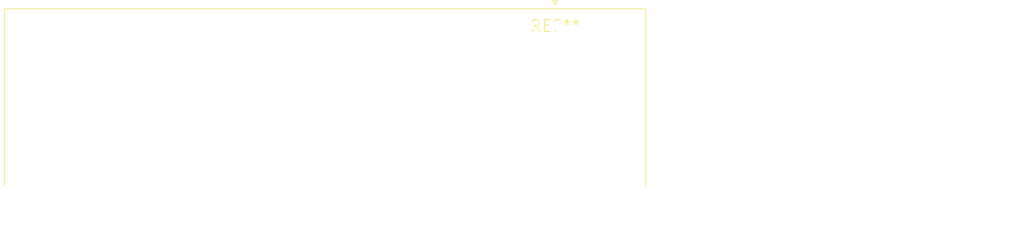
<source format=kicad_pcb>
(kicad_pcb (version 20240108) (generator pcbnew)
  (layers (0 "F.Cu" signal) (31 "B.Cu" signal) (34 "B.Paste" user) (35 "F.Paste" user) (36 "B.SilkS" user "B.Silkscreen") (37 "F.SilkS" user "F.Silkscreen") (38 "B.Mask" user) (39 "F.Mask" user) (44 "Edge.Cuts" user))
  (net 0 "")
  (footprint "DSUB-37_Female_Horizontal_P2.77x2.84mm_EdgePinOffset14.56mm_Housed_MountingHolesOffset8.20mm" (layer "F.Cu") (at 0 0)
    (property "Reference" "REF**")
    (property "Value" "DSUB-37_Female_Horizontal_P2.77x2.84mm_EdgePinOffset14.56mm_Housed_MountingHolesOffset8.20mm")
    (fp_line (start -59.69 -1.86) (end 9.83 -1.86) (layer "F.SilkS") (stroke (width 0.12)))
    (fp_line (start -59.69 17.34) (end -59.69 -1.86) (layer "F.SilkS") (stroke (width 0.12)))
    (fp_line (start -0.25 -2.754338) (end 0.25 -2.754338) (layer "F.SilkS") (stroke (width 0.12)))
    (fp_line (start 0 -2.321325) (end -0.25 -2.754338) (layer "F.SilkS") (stroke (width 0.12)))
    (fp_line (start 0.25 -2.754338) (end 0 -2.321325) (layer "F.SilkS") (stroke (width 0.12)))
    (fp_line (start 9.83 -1.86) (end 9.83 17.34) (layer "F.SilkS") (stroke (width 0.12)))
    (pad "0" thru_hole circle (at -56.68 9.2) (size 4 4) (drill 3.2) (layers *.Cu *.Mask) (remove_unused_layers))
    (pad "0" thru_hole circle (at 6.82 9.2) (size 4 4) (drill 3.2) (layers *.Cu *.Mask) (remove_unused_layers))
    (pad "1" thru_hole rect (at 0 0) (size 1.6 1.6) (drill 1) (layers *.Cu *.Mask) (remove_unused_layers))
    (pad "2" thru_hole circle (at -2.77 0) (size 1.6 1.6) (drill 1) (layers *.Cu *.Mask) (remove_unused_layers))
    (pad "3" thru_hole circle (at -5.54 0) (size 1.6 1.6) (drill 1) (layers *.Cu *.Mask) (remove_unused_layers))
    (pad "4" thru_hole circle (at -8.31 0) (size 1.6 1.6) (drill 1) (layers *.Cu *.Mask) (remove_unused_layers))
    (pad "5" thru_hole circle (at -11.08 0) (size 1.6 1.6) (drill 1) (layers *.Cu *.Mask) (remove_unused_layers))
    (pad "6" thru_hole circle (at -13.85 0) (size 1.6 1.6) (drill 1) (layers *.Cu *.Mask) (remove_unused_layers))
    (pad "7" thru_hole circle (at -16.62 0) (size 1.6 1.6) (drill 1) (layers *.Cu *.Mask) (remove_unused_layers))
    (pad "8" thru_hole circle (at -19.39 0) (size 1.6 1.6) (drill 1) (layers *.Cu *.Mask) (remove_unused_layers))
    (pad "9" thru_hole circle (at -22.16 0) (size 1.6 1.6) (drill 1) (layers *.Cu *.Mask) (remove_unused_layers))
    (pad "10" thru_hole circle (at -24.93 0) (size 1.6 1.6) (drill 1) (layers *.Cu *.Mask) (remove_unused_layers))
    (pad "11" thru_hole circle (at -27.7 0) (size 1.6 1.6) (drill 1) (layers *.Cu *.Mask) (remove_unused_layers))
    (pad "12" thru_hole circle (at -30.47 0) (size 1.6 1.6) (drill 1) (layers *.Cu *.Mask) (remove_unused_layers))
    (pad "13" thru_hole circle (at -33.24 0) (size 1.6 1.6) (drill 1) (layers *.Cu *.Mask) (remove_unused_layers))
    (pad "14" thru_hole circle (at -36.01 0) (size 1.6 1.6) (drill 1) (layers *.Cu *.Mask) (remove_unused_layers))
    (pad "15" thru_hole circle (at -38.78 0) (size 1.6 1.6) (drill 1) (layers *.Cu *.Mask) (remove_unused_layers))
    (pad "16" thru_hole circle (at -41.55 0) (size 1.6 1.6) (drill 1) (layers *.Cu *.Mask) (remove_unused_layers))
    (pad "17" thru_hole circle (at -44.32 0) (size 1.6 1.6) (drill 1) (layers *.Cu *.Mask) (remove_unused_layers))
    (pad "18" thru_hole circle (at -47.09 0) (size 1.6 1.6) (drill 1) (layers *.Cu *.Mask) (remove_unused_layers))
    (pad "19" thru_hole circle (at -49.86 0) (size 1.6 1.6) (drill 1) (layers *.Cu *.Mask) (remove_unused_layers))
    (pad "20" thru_hole circle (at -1.385 2.84) (size 1.6 1.6) (drill 1) (layers *.Cu *.Mask) (remove_unused_layers))
    (pad "21" thru_hole circle (at -4.155 2.84) (size 1.6 1.6) (drill 1) (layers *.Cu *.Mask) (remove_unused_layers))
    (pad "22" thru_hole circle (at -6.925 2.84) (size 1.6 1.6) (drill 1) (layers *.Cu *.Mask) (remove_unused_layers))
    (pad "23" thru_hole circle (at -9.695 2.84) (size 1.6 1.6) (drill 1) (layers *.Cu *.Mask) (remove_unused_layers))
    (pad "24" thru_hole circle (at -12.465 2.84) (size 1.6 1.6) (drill 1) (layers *.Cu *.Mask) (remove_unused_layers))
    (pad "25" thru_hole circle (at -15.235 2.84) (size 1.6 1.6) (drill 1) (layers *.Cu *.Mask) (remove_unused_layers))
    (pad "26" thru_hole circle (at -18.005 2.84) (size 1.6 1.6) (drill 1) (layers *.Cu *.Mask) (remove_unused_layers))
    (pad "27" thru_hole circle (at -20.775 2.84) (size 1.6 1.6) (drill 1) (layers *.Cu *.Mask) (remove_unused_layers))
    (pad "28" thru_hole circle (at -23.545 2.84) (size 1.6 1.6) (drill 1) (layers *.Cu *.Mask) (remove_unused_layers))
    (pad "29" thru_hole circle (at -26.315 2.84) (size 1.6 1.6) (drill 1) (layers *.Cu *.Mask) (remove_unused_layers))
    (pad "30" thru_hole circle (at -29.085 2.84) (size 1.6 1.6) (drill 1) (layers *.Cu *.Mask) (remove_unused_layers))
    (pad "31" thru_hole circle (at -31.855 2.84) (size 1.6 1.6) (drill 1) (layers *.Cu *.Mask) (remove_unused_layers))
    (pad "32" thru_hole circle (at -34.625 2.84) (size 1.6 1.6) (drill 1) (layers *.Cu *.Mask) (remove_unused_layers))
    (pad "33" thru_hole circle (at -37.395 2.84) (size 1.6 1.6) (drill 1) (layers *.Cu *.Mask) (remove_unused_layers))
    (pad "34" thru_hole circle (at -40.165 2.84) (size 1.6 1.6) (drill 1) (layers *.Cu *.Mask) (remove_unused_layers))
    (pad "35" thru_hole circle (at -42.935 2.84) (size 1.6 1.6) (drill 1) (layers *.Cu *.Mask) (remove_unused_layers))
    (pad "36" thru_hole circle (at -45.705 2.84) (size 1.6 1.6) (drill 1) (layers *.Cu *.Mask) (remove_unused_layers))
    (pad "37" thru_hole circle (at -48.475 2.84) (size 1.6 1.6) (drill 1) (layers *.Cu *.Mask) (remove_unused_layers))
  )
)
</source>
